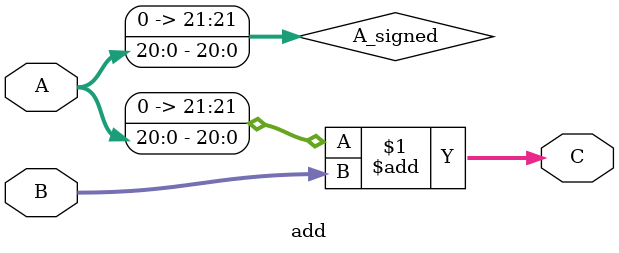
<source format=v>
module add (

	input         [20:0]	A ,
	input signed  [17:0]	B	,

	output signed [22:0]	C);

	wire signed [21:0]	A_signed;

assign A_signed = {1'b0,A};
assign C = A_signed + B;

endmodule


</source>
